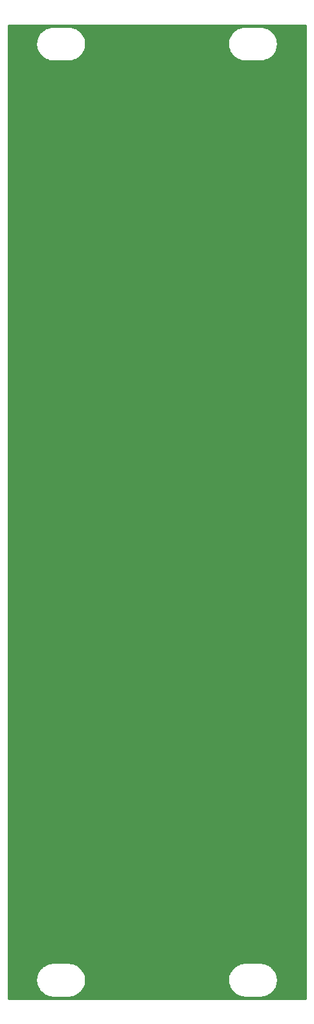
<source format=gbr>
G04 #@! TF.GenerationSoftware,KiCad,Pcbnew,(5.1.5-0)*
G04 #@! TF.CreationDate,2021-01-12T22:03:51-08:00*
G04 #@! TF.ProjectId,divideandconquer,64697669-6465-4616-9e64-636f6e717565,rev?*
G04 #@! TF.SameCoordinates,Original*
G04 #@! TF.FileFunction,Copper,L2,Bot*
G04 #@! TF.FilePolarity,Positive*
%FSLAX46Y46*%
G04 Gerber Fmt 4.6, Leading zero omitted, Abs format (unit mm)*
G04 Created by KiCad (PCBNEW (5.1.5-0)) date 2021-01-12 22:03:51*
%MOMM*%
%LPD*%
G04 APERTURE LIST*
%ADD10C,3.100000*%
%ADD11C,6.100000*%
%ADD12C,0.254000*%
G04 APERTURE END LIST*
D10*
X20100000Y-204750000D03*
X20100000Y-192750000D03*
X20100000Y-180750000D03*
X20100000Y-121000000D03*
X20100000Y-133000000D03*
X20100000Y-145000000D03*
X20100000Y-156750000D03*
X20100000Y-169000000D03*
D11*
X28100000Y-114750000D03*
X28100000Y-127000000D03*
X12100000Y-127000000D03*
X12100000Y-114750000D03*
X12100000Y-210750000D03*
X28100000Y-210750000D03*
X28100000Y-198750000D03*
X12100000Y-198750000D03*
X28100000Y-186750000D03*
X12100000Y-186750000D03*
X12100000Y-174750000D03*
X12100000Y-162750000D03*
X12100000Y-150750000D03*
X12100000Y-139000000D03*
X28100000Y-139000000D03*
X28100000Y-174750000D03*
X28100000Y-162750000D03*
X28100000Y-150750000D03*
D12*
G36*
X39540001Y-227840000D02*
G01*
X660000Y-227840000D01*
X660000Y-225351353D01*
X4242755Y-225351353D01*
X4243173Y-225411171D01*
X4242755Y-225470988D01*
X4243655Y-225480160D01*
X4276296Y-225790715D01*
X4288320Y-225849291D01*
X4299532Y-225908070D01*
X4302196Y-225916892D01*
X4394535Y-226215192D01*
X4417715Y-226270335D01*
X4440124Y-226325800D01*
X4444451Y-226333937D01*
X4592972Y-226608621D01*
X4626417Y-226658205D01*
X4659177Y-226708268D01*
X4665001Y-226715409D01*
X4864047Y-226956013D01*
X4906482Y-226998154D01*
X4948346Y-227040903D01*
X4955446Y-227046777D01*
X5197435Y-227244138D01*
X5247259Y-227277241D01*
X5296615Y-227311036D01*
X5304721Y-227315419D01*
X5580435Y-227462019D01*
X5635704Y-227484799D01*
X5690724Y-227508381D01*
X5699527Y-227511105D01*
X5998465Y-227601359D01*
X6057138Y-227612976D01*
X6115655Y-227625415D01*
X6124820Y-227626378D01*
X6435594Y-227656850D01*
X6435598Y-227656850D01*
X6467581Y-227660000D01*
X8532419Y-227660000D01*
X8565986Y-227656694D01*
X8586744Y-227656694D01*
X8595909Y-227655731D01*
X8906228Y-227620923D01*
X8964731Y-227608487D01*
X9023419Y-227596867D01*
X9032222Y-227594142D01*
X9329870Y-227499723D01*
X9384792Y-227476183D01*
X9440159Y-227453363D01*
X9448265Y-227448979D01*
X9721904Y-227298544D01*
X9771217Y-227264779D01*
X9821088Y-227231645D01*
X9828188Y-227225770D01*
X10067397Y-227025049D01*
X10109241Y-226982320D01*
X10151694Y-226940162D01*
X10157519Y-226933020D01*
X10353185Y-226689660D01*
X10385938Y-226639608D01*
X10419391Y-226590013D01*
X10423714Y-226581881D01*
X10423717Y-226581877D01*
X10423719Y-226581873D01*
X10568388Y-226305146D01*
X10590785Y-226249711D01*
X10613978Y-226194539D01*
X10616641Y-226185717D01*
X10704807Y-225886156D01*
X10716007Y-225827440D01*
X10728045Y-225768798D01*
X10728944Y-225759627D01*
X10757245Y-225448647D01*
X10756827Y-225388829D01*
X10757088Y-225351353D01*
X29342755Y-225351353D01*
X29343173Y-225411171D01*
X29342755Y-225470988D01*
X29343655Y-225480160D01*
X29376296Y-225790715D01*
X29388320Y-225849291D01*
X29399532Y-225908070D01*
X29402196Y-225916892D01*
X29494535Y-226215192D01*
X29517715Y-226270335D01*
X29540124Y-226325800D01*
X29544451Y-226333937D01*
X29692972Y-226608621D01*
X29726417Y-226658205D01*
X29759177Y-226708268D01*
X29765001Y-226715409D01*
X29964047Y-226956013D01*
X30006482Y-226998154D01*
X30048346Y-227040903D01*
X30055446Y-227046777D01*
X30297435Y-227244138D01*
X30347259Y-227277241D01*
X30396615Y-227311036D01*
X30404721Y-227315419D01*
X30680435Y-227462019D01*
X30735704Y-227484799D01*
X30790724Y-227508381D01*
X30799527Y-227511105D01*
X31098465Y-227601359D01*
X31157138Y-227612976D01*
X31215655Y-227625415D01*
X31224820Y-227626378D01*
X31535594Y-227656850D01*
X31535598Y-227656850D01*
X31567581Y-227660000D01*
X33632419Y-227660000D01*
X33665986Y-227656694D01*
X33686744Y-227656694D01*
X33695909Y-227655731D01*
X34006228Y-227620923D01*
X34064731Y-227608487D01*
X34123419Y-227596867D01*
X34132222Y-227594142D01*
X34429870Y-227499723D01*
X34484792Y-227476183D01*
X34540159Y-227453363D01*
X34548265Y-227448979D01*
X34821904Y-227298544D01*
X34871217Y-227264779D01*
X34921088Y-227231645D01*
X34928188Y-227225770D01*
X35167397Y-227025049D01*
X35209241Y-226982320D01*
X35251694Y-226940162D01*
X35257519Y-226933020D01*
X35453185Y-226689660D01*
X35485938Y-226639608D01*
X35519391Y-226590013D01*
X35523714Y-226581881D01*
X35523717Y-226581877D01*
X35523719Y-226581873D01*
X35668388Y-226305146D01*
X35690785Y-226249711D01*
X35713978Y-226194539D01*
X35716641Y-226185717D01*
X35804807Y-225886156D01*
X35816007Y-225827440D01*
X35828045Y-225768798D01*
X35828944Y-225759627D01*
X35857245Y-225448647D01*
X35856827Y-225388829D01*
X35857245Y-225329012D01*
X35856345Y-225319841D01*
X35823704Y-225009285D01*
X35811680Y-224950709D01*
X35800468Y-224891930D01*
X35797804Y-224883108D01*
X35705465Y-224584808D01*
X35682280Y-224529653D01*
X35659876Y-224474200D01*
X35655549Y-224466064D01*
X35655549Y-224466063D01*
X35655546Y-224466059D01*
X35507028Y-224191379D01*
X35473583Y-224141795D01*
X35440823Y-224091732D01*
X35434999Y-224084591D01*
X35235954Y-223843987D01*
X35193535Y-223801863D01*
X35151655Y-223759097D01*
X35144554Y-223753223D01*
X34902565Y-223555862D01*
X34852741Y-223522759D01*
X34803385Y-223488964D01*
X34795279Y-223484581D01*
X34519566Y-223337981D01*
X34464269Y-223315189D01*
X34409275Y-223291619D01*
X34400472Y-223288895D01*
X34101535Y-223198641D01*
X34042862Y-223187024D01*
X33984345Y-223174585D01*
X33975180Y-223173622D01*
X33664405Y-223143150D01*
X33664402Y-223143150D01*
X33632419Y-223140000D01*
X31567581Y-223140000D01*
X31534014Y-223143306D01*
X31513256Y-223143306D01*
X31504091Y-223144269D01*
X31193771Y-223179077D01*
X31135298Y-223191506D01*
X31076581Y-223203132D01*
X31067778Y-223205858D01*
X30770130Y-223300277D01*
X30715147Y-223323843D01*
X30659841Y-223346638D01*
X30651735Y-223351021D01*
X30378095Y-223501456D01*
X30328748Y-223535245D01*
X30278913Y-223568355D01*
X30271812Y-223574229D01*
X30032603Y-223774951D01*
X29990759Y-223817681D01*
X29948305Y-223859839D01*
X29942481Y-223866980D01*
X29746814Y-224110340D01*
X29714055Y-224160400D01*
X29680609Y-224209986D01*
X29676283Y-224218123D01*
X29531612Y-224494854D01*
X29509215Y-224550289D01*
X29486022Y-224605461D01*
X29483359Y-224614283D01*
X29395193Y-224913844D01*
X29383993Y-224972560D01*
X29371955Y-225031202D01*
X29371056Y-225040373D01*
X29342755Y-225351353D01*
X10757088Y-225351353D01*
X10757245Y-225329012D01*
X10756345Y-225319841D01*
X10723704Y-225009285D01*
X10711680Y-224950709D01*
X10700468Y-224891930D01*
X10697804Y-224883108D01*
X10605465Y-224584808D01*
X10582280Y-224529653D01*
X10559876Y-224474200D01*
X10555549Y-224466064D01*
X10555549Y-224466063D01*
X10555546Y-224466059D01*
X10407028Y-224191379D01*
X10373583Y-224141795D01*
X10340823Y-224091732D01*
X10334999Y-224084591D01*
X10135954Y-223843987D01*
X10093535Y-223801863D01*
X10051655Y-223759097D01*
X10044554Y-223753223D01*
X9802565Y-223555862D01*
X9752741Y-223522759D01*
X9703385Y-223488964D01*
X9695279Y-223484581D01*
X9419566Y-223337981D01*
X9364269Y-223315189D01*
X9309275Y-223291619D01*
X9300472Y-223288895D01*
X9001535Y-223198641D01*
X8942862Y-223187024D01*
X8884345Y-223174585D01*
X8875180Y-223173622D01*
X8564405Y-223143150D01*
X8564402Y-223143150D01*
X8532419Y-223140000D01*
X6467581Y-223140000D01*
X6434014Y-223143306D01*
X6413256Y-223143306D01*
X6404091Y-223144269D01*
X6093771Y-223179077D01*
X6035298Y-223191506D01*
X5976581Y-223203132D01*
X5967778Y-223205858D01*
X5670130Y-223300277D01*
X5615147Y-223323843D01*
X5559841Y-223346638D01*
X5551735Y-223351021D01*
X5278095Y-223501456D01*
X5228748Y-223535245D01*
X5178913Y-223568355D01*
X5171812Y-223574229D01*
X4932603Y-223774951D01*
X4890759Y-223817681D01*
X4848305Y-223859839D01*
X4842481Y-223866980D01*
X4646814Y-224110340D01*
X4614055Y-224160400D01*
X4580609Y-224209986D01*
X4576283Y-224218123D01*
X4431612Y-224494854D01*
X4409215Y-224550289D01*
X4386022Y-224605461D01*
X4383359Y-224614283D01*
X4295193Y-224913844D01*
X4283993Y-224972560D01*
X4271955Y-225031202D01*
X4271056Y-225040373D01*
X4242755Y-225351353D01*
X660000Y-225351353D01*
X660000Y-103051353D01*
X4242755Y-103051353D01*
X4243173Y-103111171D01*
X4242755Y-103170988D01*
X4243655Y-103180160D01*
X4276296Y-103490715D01*
X4288320Y-103549291D01*
X4299532Y-103608070D01*
X4302196Y-103616892D01*
X4394535Y-103915192D01*
X4417715Y-103970335D01*
X4440124Y-104025800D01*
X4444451Y-104033937D01*
X4592972Y-104308621D01*
X4626417Y-104358205D01*
X4659177Y-104408268D01*
X4665001Y-104415409D01*
X4864047Y-104656013D01*
X4906482Y-104698154D01*
X4948346Y-104740903D01*
X4955446Y-104746777D01*
X5197435Y-104944138D01*
X5247259Y-104977241D01*
X5296615Y-105011036D01*
X5304721Y-105015419D01*
X5580435Y-105162019D01*
X5635704Y-105184799D01*
X5690724Y-105208381D01*
X5699527Y-105211105D01*
X5998465Y-105301359D01*
X6057138Y-105312976D01*
X6115655Y-105325415D01*
X6124820Y-105326378D01*
X6435594Y-105356850D01*
X6435598Y-105356850D01*
X6467581Y-105360000D01*
X8532419Y-105360000D01*
X8565986Y-105356694D01*
X8586744Y-105356694D01*
X8595909Y-105355731D01*
X8906228Y-105320923D01*
X8964731Y-105308487D01*
X9023419Y-105296867D01*
X9032222Y-105294142D01*
X9329870Y-105199723D01*
X9384792Y-105176183D01*
X9440159Y-105153363D01*
X9448265Y-105148979D01*
X9721904Y-104998544D01*
X9771217Y-104964779D01*
X9821088Y-104931645D01*
X9828188Y-104925770D01*
X10067397Y-104725049D01*
X10109241Y-104682320D01*
X10151694Y-104640162D01*
X10157519Y-104633020D01*
X10353185Y-104389660D01*
X10385938Y-104339608D01*
X10419391Y-104290013D01*
X10423714Y-104281881D01*
X10423717Y-104281877D01*
X10423719Y-104281873D01*
X10568388Y-104005146D01*
X10590785Y-103949711D01*
X10613978Y-103894539D01*
X10616641Y-103885717D01*
X10704807Y-103586156D01*
X10716007Y-103527440D01*
X10728045Y-103468798D01*
X10728944Y-103459627D01*
X10757245Y-103148647D01*
X10756827Y-103088829D01*
X10757088Y-103051353D01*
X29342755Y-103051353D01*
X29343173Y-103111171D01*
X29342755Y-103170988D01*
X29343655Y-103180160D01*
X29376296Y-103490715D01*
X29388320Y-103549291D01*
X29399532Y-103608070D01*
X29402196Y-103616892D01*
X29494535Y-103915192D01*
X29517715Y-103970335D01*
X29540124Y-104025800D01*
X29544451Y-104033937D01*
X29692972Y-104308621D01*
X29726417Y-104358205D01*
X29759177Y-104408268D01*
X29765001Y-104415409D01*
X29964047Y-104656013D01*
X30006482Y-104698154D01*
X30048346Y-104740903D01*
X30055446Y-104746777D01*
X30297435Y-104944138D01*
X30347259Y-104977241D01*
X30396615Y-105011036D01*
X30404721Y-105015419D01*
X30680435Y-105162019D01*
X30735704Y-105184799D01*
X30790724Y-105208381D01*
X30799527Y-105211105D01*
X31098465Y-105301359D01*
X31157138Y-105312976D01*
X31215655Y-105325415D01*
X31224820Y-105326378D01*
X31535594Y-105356850D01*
X31535598Y-105356850D01*
X31567581Y-105360000D01*
X33632419Y-105360000D01*
X33665986Y-105356694D01*
X33686744Y-105356694D01*
X33695909Y-105355731D01*
X34006228Y-105320923D01*
X34064731Y-105308487D01*
X34123419Y-105296867D01*
X34132222Y-105294142D01*
X34429870Y-105199723D01*
X34484792Y-105176183D01*
X34540159Y-105153363D01*
X34548265Y-105148979D01*
X34821904Y-104998544D01*
X34871217Y-104964779D01*
X34921088Y-104931645D01*
X34928188Y-104925770D01*
X35167397Y-104725049D01*
X35209241Y-104682320D01*
X35251694Y-104640162D01*
X35257519Y-104633020D01*
X35453185Y-104389660D01*
X35485938Y-104339608D01*
X35519391Y-104290013D01*
X35523714Y-104281881D01*
X35523717Y-104281877D01*
X35523719Y-104281873D01*
X35668388Y-104005146D01*
X35690785Y-103949711D01*
X35713978Y-103894539D01*
X35716641Y-103885717D01*
X35804807Y-103586156D01*
X35816007Y-103527440D01*
X35828045Y-103468798D01*
X35828944Y-103459627D01*
X35857245Y-103148647D01*
X35856827Y-103088829D01*
X35857245Y-103029012D01*
X35856345Y-103019841D01*
X35823704Y-102709285D01*
X35811680Y-102650709D01*
X35800468Y-102591930D01*
X35797804Y-102583108D01*
X35705465Y-102284808D01*
X35682280Y-102229653D01*
X35659876Y-102174200D01*
X35655549Y-102166064D01*
X35655549Y-102166063D01*
X35655546Y-102166059D01*
X35507028Y-101891379D01*
X35473583Y-101841795D01*
X35440823Y-101791732D01*
X35434999Y-101784591D01*
X35235954Y-101543987D01*
X35193535Y-101501863D01*
X35151655Y-101459097D01*
X35144554Y-101453223D01*
X34902565Y-101255862D01*
X34852741Y-101222759D01*
X34803385Y-101188964D01*
X34795279Y-101184581D01*
X34519566Y-101037981D01*
X34464269Y-101015189D01*
X34409275Y-100991619D01*
X34400472Y-100988895D01*
X34101535Y-100898641D01*
X34042862Y-100887024D01*
X33984345Y-100874585D01*
X33975180Y-100873622D01*
X33664405Y-100843150D01*
X33664402Y-100843150D01*
X33632419Y-100840000D01*
X31567581Y-100840000D01*
X31534014Y-100843306D01*
X31513256Y-100843306D01*
X31504091Y-100844269D01*
X31193771Y-100879077D01*
X31135298Y-100891506D01*
X31076581Y-100903132D01*
X31067778Y-100905858D01*
X30770130Y-101000277D01*
X30715147Y-101023843D01*
X30659841Y-101046638D01*
X30651735Y-101051021D01*
X30378095Y-101201456D01*
X30328748Y-101235245D01*
X30278913Y-101268355D01*
X30271812Y-101274229D01*
X30032603Y-101474951D01*
X29990759Y-101517681D01*
X29948305Y-101559839D01*
X29942481Y-101566980D01*
X29746814Y-101810340D01*
X29714055Y-101860400D01*
X29680609Y-101909986D01*
X29676283Y-101918123D01*
X29531612Y-102194854D01*
X29509215Y-102250289D01*
X29486022Y-102305461D01*
X29483359Y-102314283D01*
X29395193Y-102613844D01*
X29383993Y-102672560D01*
X29371955Y-102731202D01*
X29371056Y-102740373D01*
X29342755Y-103051353D01*
X10757088Y-103051353D01*
X10757245Y-103029012D01*
X10756345Y-103019841D01*
X10723704Y-102709285D01*
X10711680Y-102650709D01*
X10700468Y-102591930D01*
X10697804Y-102583108D01*
X10605465Y-102284808D01*
X10582280Y-102229653D01*
X10559876Y-102174200D01*
X10555549Y-102166064D01*
X10555549Y-102166063D01*
X10555546Y-102166059D01*
X10407028Y-101891379D01*
X10373583Y-101841795D01*
X10340823Y-101791732D01*
X10334999Y-101784591D01*
X10135954Y-101543987D01*
X10093535Y-101501863D01*
X10051655Y-101459097D01*
X10044554Y-101453223D01*
X9802565Y-101255862D01*
X9752741Y-101222759D01*
X9703385Y-101188964D01*
X9695279Y-101184581D01*
X9419566Y-101037981D01*
X9364269Y-101015189D01*
X9309275Y-100991619D01*
X9300472Y-100988895D01*
X9001535Y-100898641D01*
X8942862Y-100887024D01*
X8884345Y-100874585D01*
X8875180Y-100873622D01*
X8564405Y-100843150D01*
X8564402Y-100843150D01*
X8532419Y-100840000D01*
X6467581Y-100840000D01*
X6434014Y-100843306D01*
X6413256Y-100843306D01*
X6404091Y-100844269D01*
X6093771Y-100879077D01*
X6035298Y-100891506D01*
X5976581Y-100903132D01*
X5967778Y-100905858D01*
X5670130Y-101000277D01*
X5615147Y-101023843D01*
X5559841Y-101046638D01*
X5551735Y-101051021D01*
X5278095Y-101201456D01*
X5228748Y-101235245D01*
X5178913Y-101268355D01*
X5171812Y-101274229D01*
X4932603Y-101474951D01*
X4890759Y-101517681D01*
X4848305Y-101559839D01*
X4842481Y-101566980D01*
X4646814Y-101810340D01*
X4614055Y-101860400D01*
X4580609Y-101909986D01*
X4576283Y-101918123D01*
X4431612Y-102194854D01*
X4409215Y-102250289D01*
X4386022Y-102305461D01*
X4383359Y-102314283D01*
X4295193Y-102613844D01*
X4283993Y-102672560D01*
X4271955Y-102731202D01*
X4271056Y-102740373D01*
X4242755Y-103051353D01*
X660000Y-103051353D01*
X660000Y-100660000D01*
X39540000Y-100660000D01*
X39540001Y-227840000D01*
G37*
X39540001Y-227840000D02*
X660000Y-227840000D01*
X660000Y-225351353D01*
X4242755Y-225351353D01*
X4243173Y-225411171D01*
X4242755Y-225470988D01*
X4243655Y-225480160D01*
X4276296Y-225790715D01*
X4288320Y-225849291D01*
X4299532Y-225908070D01*
X4302196Y-225916892D01*
X4394535Y-226215192D01*
X4417715Y-226270335D01*
X4440124Y-226325800D01*
X4444451Y-226333937D01*
X4592972Y-226608621D01*
X4626417Y-226658205D01*
X4659177Y-226708268D01*
X4665001Y-226715409D01*
X4864047Y-226956013D01*
X4906482Y-226998154D01*
X4948346Y-227040903D01*
X4955446Y-227046777D01*
X5197435Y-227244138D01*
X5247259Y-227277241D01*
X5296615Y-227311036D01*
X5304721Y-227315419D01*
X5580435Y-227462019D01*
X5635704Y-227484799D01*
X5690724Y-227508381D01*
X5699527Y-227511105D01*
X5998465Y-227601359D01*
X6057138Y-227612976D01*
X6115655Y-227625415D01*
X6124820Y-227626378D01*
X6435594Y-227656850D01*
X6435598Y-227656850D01*
X6467581Y-227660000D01*
X8532419Y-227660000D01*
X8565986Y-227656694D01*
X8586744Y-227656694D01*
X8595909Y-227655731D01*
X8906228Y-227620923D01*
X8964731Y-227608487D01*
X9023419Y-227596867D01*
X9032222Y-227594142D01*
X9329870Y-227499723D01*
X9384792Y-227476183D01*
X9440159Y-227453363D01*
X9448265Y-227448979D01*
X9721904Y-227298544D01*
X9771217Y-227264779D01*
X9821088Y-227231645D01*
X9828188Y-227225770D01*
X10067397Y-227025049D01*
X10109241Y-226982320D01*
X10151694Y-226940162D01*
X10157519Y-226933020D01*
X10353185Y-226689660D01*
X10385938Y-226639608D01*
X10419391Y-226590013D01*
X10423714Y-226581881D01*
X10423717Y-226581877D01*
X10423719Y-226581873D01*
X10568388Y-226305146D01*
X10590785Y-226249711D01*
X10613978Y-226194539D01*
X10616641Y-226185717D01*
X10704807Y-225886156D01*
X10716007Y-225827440D01*
X10728045Y-225768798D01*
X10728944Y-225759627D01*
X10757245Y-225448647D01*
X10756827Y-225388829D01*
X10757088Y-225351353D01*
X29342755Y-225351353D01*
X29343173Y-225411171D01*
X29342755Y-225470988D01*
X29343655Y-225480160D01*
X29376296Y-225790715D01*
X29388320Y-225849291D01*
X29399532Y-225908070D01*
X29402196Y-225916892D01*
X29494535Y-226215192D01*
X29517715Y-226270335D01*
X29540124Y-226325800D01*
X29544451Y-226333937D01*
X29692972Y-226608621D01*
X29726417Y-226658205D01*
X29759177Y-226708268D01*
X29765001Y-226715409D01*
X29964047Y-226956013D01*
X30006482Y-226998154D01*
X30048346Y-227040903D01*
X30055446Y-227046777D01*
X30297435Y-227244138D01*
X30347259Y-227277241D01*
X30396615Y-227311036D01*
X30404721Y-227315419D01*
X30680435Y-227462019D01*
X30735704Y-227484799D01*
X30790724Y-227508381D01*
X30799527Y-227511105D01*
X31098465Y-227601359D01*
X31157138Y-227612976D01*
X31215655Y-227625415D01*
X31224820Y-227626378D01*
X31535594Y-227656850D01*
X31535598Y-227656850D01*
X31567581Y-227660000D01*
X33632419Y-227660000D01*
X33665986Y-227656694D01*
X33686744Y-227656694D01*
X33695909Y-227655731D01*
X34006228Y-227620923D01*
X34064731Y-227608487D01*
X34123419Y-227596867D01*
X34132222Y-227594142D01*
X34429870Y-227499723D01*
X34484792Y-227476183D01*
X34540159Y-227453363D01*
X34548265Y-227448979D01*
X34821904Y-227298544D01*
X34871217Y-227264779D01*
X34921088Y-227231645D01*
X34928188Y-227225770D01*
X35167397Y-227025049D01*
X35209241Y-226982320D01*
X35251694Y-226940162D01*
X35257519Y-226933020D01*
X35453185Y-226689660D01*
X35485938Y-226639608D01*
X35519391Y-226590013D01*
X35523714Y-226581881D01*
X35523717Y-226581877D01*
X35523719Y-226581873D01*
X35668388Y-226305146D01*
X35690785Y-226249711D01*
X35713978Y-226194539D01*
X35716641Y-226185717D01*
X35804807Y-225886156D01*
X35816007Y-225827440D01*
X35828045Y-225768798D01*
X35828944Y-225759627D01*
X35857245Y-225448647D01*
X35856827Y-225388829D01*
X35857245Y-225329012D01*
X35856345Y-225319841D01*
X35823704Y-225009285D01*
X35811680Y-224950709D01*
X35800468Y-224891930D01*
X35797804Y-224883108D01*
X35705465Y-224584808D01*
X35682280Y-224529653D01*
X35659876Y-224474200D01*
X35655549Y-224466064D01*
X35655549Y-224466063D01*
X35655546Y-224466059D01*
X35507028Y-224191379D01*
X35473583Y-224141795D01*
X35440823Y-224091732D01*
X35434999Y-224084591D01*
X35235954Y-223843987D01*
X35193535Y-223801863D01*
X35151655Y-223759097D01*
X35144554Y-223753223D01*
X34902565Y-223555862D01*
X34852741Y-223522759D01*
X34803385Y-223488964D01*
X34795279Y-223484581D01*
X34519566Y-223337981D01*
X34464269Y-223315189D01*
X34409275Y-223291619D01*
X34400472Y-223288895D01*
X34101535Y-223198641D01*
X34042862Y-223187024D01*
X33984345Y-223174585D01*
X33975180Y-223173622D01*
X33664405Y-223143150D01*
X33664402Y-223143150D01*
X33632419Y-223140000D01*
X31567581Y-223140000D01*
X31534014Y-223143306D01*
X31513256Y-223143306D01*
X31504091Y-223144269D01*
X31193771Y-223179077D01*
X31135298Y-223191506D01*
X31076581Y-223203132D01*
X31067778Y-223205858D01*
X30770130Y-223300277D01*
X30715147Y-223323843D01*
X30659841Y-223346638D01*
X30651735Y-223351021D01*
X30378095Y-223501456D01*
X30328748Y-223535245D01*
X30278913Y-223568355D01*
X30271812Y-223574229D01*
X30032603Y-223774951D01*
X29990759Y-223817681D01*
X29948305Y-223859839D01*
X29942481Y-223866980D01*
X29746814Y-224110340D01*
X29714055Y-224160400D01*
X29680609Y-224209986D01*
X29676283Y-224218123D01*
X29531612Y-224494854D01*
X29509215Y-224550289D01*
X29486022Y-224605461D01*
X29483359Y-224614283D01*
X29395193Y-224913844D01*
X29383993Y-224972560D01*
X29371955Y-225031202D01*
X29371056Y-225040373D01*
X29342755Y-225351353D01*
X10757088Y-225351353D01*
X10757245Y-225329012D01*
X10756345Y-225319841D01*
X10723704Y-225009285D01*
X10711680Y-224950709D01*
X10700468Y-224891930D01*
X10697804Y-224883108D01*
X10605465Y-224584808D01*
X10582280Y-224529653D01*
X10559876Y-224474200D01*
X10555549Y-224466064D01*
X10555549Y-224466063D01*
X10555546Y-224466059D01*
X10407028Y-224191379D01*
X10373583Y-224141795D01*
X10340823Y-224091732D01*
X10334999Y-224084591D01*
X10135954Y-223843987D01*
X10093535Y-223801863D01*
X10051655Y-223759097D01*
X10044554Y-223753223D01*
X9802565Y-223555862D01*
X9752741Y-223522759D01*
X9703385Y-223488964D01*
X9695279Y-223484581D01*
X9419566Y-223337981D01*
X9364269Y-223315189D01*
X9309275Y-223291619D01*
X9300472Y-223288895D01*
X9001535Y-223198641D01*
X8942862Y-223187024D01*
X8884345Y-223174585D01*
X8875180Y-223173622D01*
X8564405Y-223143150D01*
X8564402Y-223143150D01*
X8532419Y-223140000D01*
X6467581Y-223140000D01*
X6434014Y-223143306D01*
X6413256Y-223143306D01*
X6404091Y-223144269D01*
X6093771Y-223179077D01*
X6035298Y-223191506D01*
X5976581Y-223203132D01*
X5967778Y-223205858D01*
X5670130Y-223300277D01*
X5615147Y-223323843D01*
X5559841Y-223346638D01*
X5551735Y-223351021D01*
X5278095Y-223501456D01*
X5228748Y-223535245D01*
X5178913Y-223568355D01*
X5171812Y-223574229D01*
X4932603Y-223774951D01*
X4890759Y-223817681D01*
X4848305Y-223859839D01*
X4842481Y-223866980D01*
X4646814Y-224110340D01*
X4614055Y-224160400D01*
X4580609Y-224209986D01*
X4576283Y-224218123D01*
X4431612Y-224494854D01*
X4409215Y-224550289D01*
X4386022Y-224605461D01*
X4383359Y-224614283D01*
X4295193Y-224913844D01*
X4283993Y-224972560D01*
X4271955Y-225031202D01*
X4271056Y-225040373D01*
X4242755Y-225351353D01*
X660000Y-225351353D01*
X660000Y-103051353D01*
X4242755Y-103051353D01*
X4243173Y-103111171D01*
X4242755Y-103170988D01*
X4243655Y-103180160D01*
X4276296Y-103490715D01*
X4288320Y-103549291D01*
X4299532Y-103608070D01*
X4302196Y-103616892D01*
X4394535Y-103915192D01*
X4417715Y-103970335D01*
X4440124Y-104025800D01*
X4444451Y-104033937D01*
X4592972Y-104308621D01*
X4626417Y-104358205D01*
X4659177Y-104408268D01*
X4665001Y-104415409D01*
X4864047Y-104656013D01*
X4906482Y-104698154D01*
X4948346Y-104740903D01*
X4955446Y-104746777D01*
X5197435Y-104944138D01*
X5247259Y-104977241D01*
X5296615Y-105011036D01*
X5304721Y-105015419D01*
X5580435Y-105162019D01*
X5635704Y-105184799D01*
X5690724Y-105208381D01*
X5699527Y-105211105D01*
X5998465Y-105301359D01*
X6057138Y-105312976D01*
X6115655Y-105325415D01*
X6124820Y-105326378D01*
X6435594Y-105356850D01*
X6435598Y-105356850D01*
X6467581Y-105360000D01*
X8532419Y-105360000D01*
X8565986Y-105356694D01*
X8586744Y-105356694D01*
X8595909Y-105355731D01*
X8906228Y-105320923D01*
X8964731Y-105308487D01*
X9023419Y-105296867D01*
X9032222Y-105294142D01*
X9329870Y-105199723D01*
X9384792Y-105176183D01*
X9440159Y-105153363D01*
X9448265Y-105148979D01*
X9721904Y-104998544D01*
X9771217Y-104964779D01*
X9821088Y-104931645D01*
X9828188Y-104925770D01*
X10067397Y-104725049D01*
X10109241Y-104682320D01*
X10151694Y-104640162D01*
X10157519Y-104633020D01*
X10353185Y-104389660D01*
X10385938Y-104339608D01*
X10419391Y-104290013D01*
X10423714Y-104281881D01*
X10423717Y-104281877D01*
X10423719Y-104281873D01*
X10568388Y-104005146D01*
X10590785Y-103949711D01*
X10613978Y-103894539D01*
X10616641Y-103885717D01*
X10704807Y-103586156D01*
X10716007Y-103527440D01*
X10728045Y-103468798D01*
X10728944Y-103459627D01*
X10757245Y-103148647D01*
X10756827Y-103088829D01*
X10757088Y-103051353D01*
X29342755Y-103051353D01*
X29343173Y-103111171D01*
X29342755Y-103170988D01*
X29343655Y-103180160D01*
X29376296Y-103490715D01*
X29388320Y-103549291D01*
X29399532Y-103608070D01*
X29402196Y-103616892D01*
X29494535Y-103915192D01*
X29517715Y-103970335D01*
X29540124Y-104025800D01*
X29544451Y-104033937D01*
X29692972Y-104308621D01*
X29726417Y-104358205D01*
X29759177Y-104408268D01*
X29765001Y-104415409D01*
X29964047Y-104656013D01*
X30006482Y-104698154D01*
X30048346Y-104740903D01*
X30055446Y-104746777D01*
X30297435Y-104944138D01*
X30347259Y-104977241D01*
X30396615Y-105011036D01*
X30404721Y-105015419D01*
X30680435Y-105162019D01*
X30735704Y-105184799D01*
X30790724Y-105208381D01*
X30799527Y-105211105D01*
X31098465Y-105301359D01*
X31157138Y-105312976D01*
X31215655Y-105325415D01*
X31224820Y-105326378D01*
X31535594Y-105356850D01*
X31535598Y-105356850D01*
X31567581Y-105360000D01*
X33632419Y-105360000D01*
X33665986Y-105356694D01*
X33686744Y-105356694D01*
X33695909Y-105355731D01*
X34006228Y-105320923D01*
X34064731Y-105308487D01*
X34123419Y-105296867D01*
X34132222Y-105294142D01*
X34429870Y-105199723D01*
X34484792Y-105176183D01*
X34540159Y-105153363D01*
X34548265Y-105148979D01*
X34821904Y-104998544D01*
X34871217Y-104964779D01*
X34921088Y-104931645D01*
X34928188Y-104925770D01*
X35167397Y-104725049D01*
X35209241Y-104682320D01*
X35251694Y-104640162D01*
X35257519Y-104633020D01*
X35453185Y-104389660D01*
X35485938Y-104339608D01*
X35519391Y-104290013D01*
X35523714Y-104281881D01*
X35523717Y-104281877D01*
X35523719Y-104281873D01*
X35668388Y-104005146D01*
X35690785Y-103949711D01*
X35713978Y-103894539D01*
X35716641Y-103885717D01*
X35804807Y-103586156D01*
X35816007Y-103527440D01*
X35828045Y-103468798D01*
X35828944Y-103459627D01*
X35857245Y-103148647D01*
X35856827Y-103088829D01*
X35857245Y-103029012D01*
X35856345Y-103019841D01*
X35823704Y-102709285D01*
X35811680Y-102650709D01*
X35800468Y-102591930D01*
X35797804Y-102583108D01*
X35705465Y-102284808D01*
X35682280Y-102229653D01*
X35659876Y-102174200D01*
X35655549Y-102166064D01*
X35655549Y-102166063D01*
X35655546Y-102166059D01*
X35507028Y-101891379D01*
X35473583Y-101841795D01*
X35440823Y-101791732D01*
X35434999Y-101784591D01*
X35235954Y-101543987D01*
X35193535Y-101501863D01*
X35151655Y-101459097D01*
X35144554Y-101453223D01*
X34902565Y-101255862D01*
X34852741Y-101222759D01*
X34803385Y-101188964D01*
X34795279Y-101184581D01*
X34519566Y-101037981D01*
X34464269Y-101015189D01*
X34409275Y-100991619D01*
X34400472Y-100988895D01*
X34101535Y-100898641D01*
X34042862Y-100887024D01*
X33984345Y-100874585D01*
X33975180Y-100873622D01*
X33664405Y-100843150D01*
X33664402Y-100843150D01*
X33632419Y-100840000D01*
X31567581Y-100840000D01*
X31534014Y-100843306D01*
X31513256Y-100843306D01*
X31504091Y-100844269D01*
X31193771Y-100879077D01*
X31135298Y-100891506D01*
X31076581Y-100903132D01*
X31067778Y-100905858D01*
X30770130Y-101000277D01*
X30715147Y-101023843D01*
X30659841Y-101046638D01*
X30651735Y-101051021D01*
X30378095Y-101201456D01*
X30328748Y-101235245D01*
X30278913Y-101268355D01*
X30271812Y-101274229D01*
X30032603Y-101474951D01*
X29990759Y-101517681D01*
X29948305Y-101559839D01*
X29942481Y-101566980D01*
X29746814Y-101810340D01*
X29714055Y-101860400D01*
X29680609Y-101909986D01*
X29676283Y-101918123D01*
X29531612Y-102194854D01*
X29509215Y-102250289D01*
X29486022Y-102305461D01*
X29483359Y-102314283D01*
X29395193Y-102613844D01*
X29383993Y-102672560D01*
X29371955Y-102731202D01*
X29371056Y-102740373D01*
X29342755Y-103051353D01*
X10757088Y-103051353D01*
X10757245Y-103029012D01*
X10756345Y-103019841D01*
X10723704Y-102709285D01*
X10711680Y-102650709D01*
X10700468Y-102591930D01*
X10697804Y-102583108D01*
X10605465Y-102284808D01*
X10582280Y-102229653D01*
X10559876Y-102174200D01*
X10555549Y-102166064D01*
X10555549Y-102166063D01*
X10555546Y-102166059D01*
X10407028Y-101891379D01*
X10373583Y-101841795D01*
X10340823Y-101791732D01*
X10334999Y-101784591D01*
X10135954Y-101543987D01*
X10093535Y-101501863D01*
X10051655Y-101459097D01*
X10044554Y-101453223D01*
X9802565Y-101255862D01*
X9752741Y-101222759D01*
X9703385Y-101188964D01*
X9695279Y-101184581D01*
X9419566Y-101037981D01*
X9364269Y-101015189D01*
X9309275Y-100991619D01*
X9300472Y-100988895D01*
X9001535Y-100898641D01*
X8942862Y-100887024D01*
X8884345Y-100874585D01*
X8875180Y-100873622D01*
X8564405Y-100843150D01*
X8564402Y-100843150D01*
X8532419Y-100840000D01*
X6467581Y-100840000D01*
X6434014Y-100843306D01*
X6413256Y-100843306D01*
X6404091Y-100844269D01*
X6093771Y-100879077D01*
X6035298Y-100891506D01*
X5976581Y-100903132D01*
X5967778Y-100905858D01*
X5670130Y-101000277D01*
X5615147Y-101023843D01*
X5559841Y-101046638D01*
X5551735Y-101051021D01*
X5278095Y-101201456D01*
X5228748Y-101235245D01*
X5178913Y-101268355D01*
X5171812Y-101274229D01*
X4932603Y-101474951D01*
X4890759Y-101517681D01*
X4848305Y-101559839D01*
X4842481Y-101566980D01*
X4646814Y-101810340D01*
X4614055Y-101860400D01*
X4580609Y-101909986D01*
X4576283Y-101918123D01*
X4431612Y-102194854D01*
X4409215Y-102250289D01*
X4386022Y-102305461D01*
X4383359Y-102314283D01*
X4295193Y-102613844D01*
X4283993Y-102672560D01*
X4271955Y-102731202D01*
X4271056Y-102740373D01*
X4242755Y-103051353D01*
X660000Y-103051353D01*
X660000Y-100660000D01*
X39540000Y-100660000D01*
X39540001Y-227840000D01*
M02*

</source>
